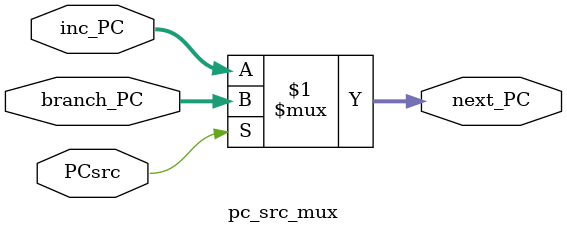
<source format=sv>
module pc_src_mux(
    input logic PCsrc,
    input logic [31:0] branch_PC,
    input logic [31:0] inc_PC,
    output logic [31:0] next_PC
);

    assign next_PC = (PCsrc) ? branch_PC : inc_PC;



endmodule

// if PCsrc is high, next_PC = branch_PC
// otherwise next_PC = inc_PC (+4 because it is byte addressed)

</source>
